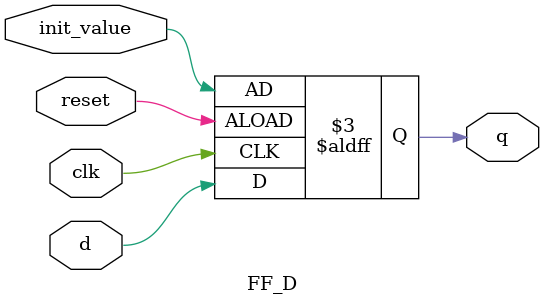
<source format=sv>
module RandomPosition (input logic current_pos_available, input logic clk,input logic reset, output logic [3:0] out, output logic confirm);
	logic [3:0] out2;
	randomNumber randomN (.clk(clk), .reset(reset),.ini_value(4'b1111), .random(out2));

   assign confirm = current_pos_available ?  1'b1  : 1'b0;
  assign out = (out2<=8) ?  out2  : 4'b0000;

		

endmodule


module randomNumber(input logic clk, input logic reset, input logic [3:0] ini_value,  output logic [3:0] random);   
	logic [3:0] counter;  
	logic in;  
	xor xor_u(in,counter[1],counter[3]);  
	FF_D FFD0(.q(counter[0]), .d(counter[3]), .reset(reset), .clk(clk),.init_value(ini_value[0]));  
	FF_D FFD1(.q(counter[1]), .d(counter[0]), .reset(reset), .clk(clk),.init_value(ini_value[1]));  
	FF_D FFD2(.q(counter[2]), .d(in), .reset(reset), .clk(clk),.init_value(ini_value[2]));  
	FF_D FFD3(.q(counter[3]), .d(counter[2]), .reset(reset), .clk(clk),.init_value(ini_value[3]));  
	assign random = counter;  
endmodule    

module FF_D (output logic q, input logic d, input logic reset, input logic clk, input logic init_value);    
	 always @(posedge clk or negedge reset)  
	 if (~reset)  
		q <= init_value;    
	 else  
		q <= d; 
endmodule  

</source>
